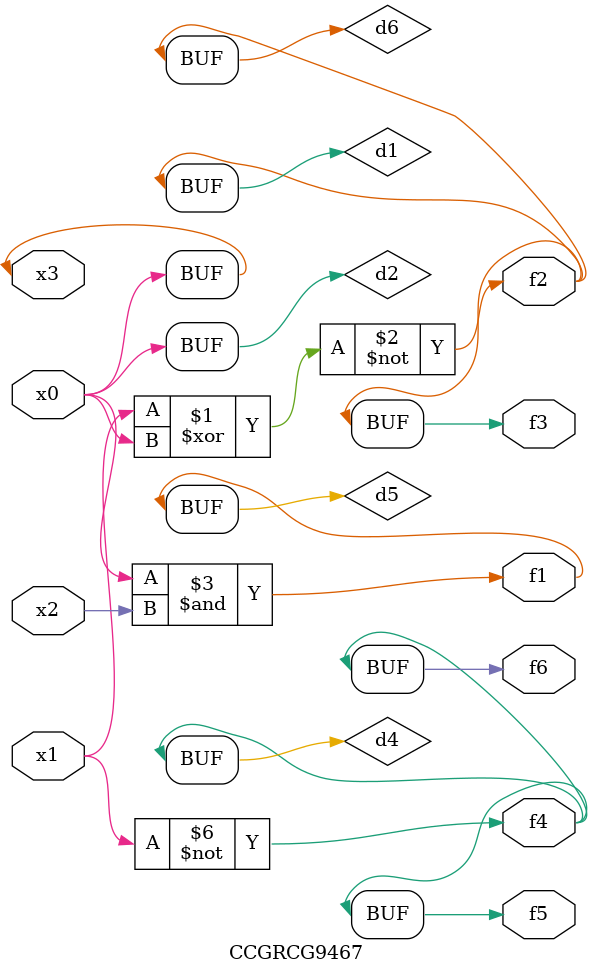
<source format=v>
module CCGRCG9467(
	input x0, x1, x2, x3,
	output f1, f2, f3, f4, f5, f6
);

	wire d1, d2, d3, d4, d5, d6;

	xnor (d1, x1, x3);
	buf (d2, x0, x3);
	nand (d3, x0, x2);
	not (d4, x1);
	nand (d5, d3);
	or (d6, d1);
	assign f1 = d5;
	assign f2 = d6;
	assign f3 = d6;
	assign f4 = d4;
	assign f5 = d4;
	assign f6 = d4;
endmodule

</source>
